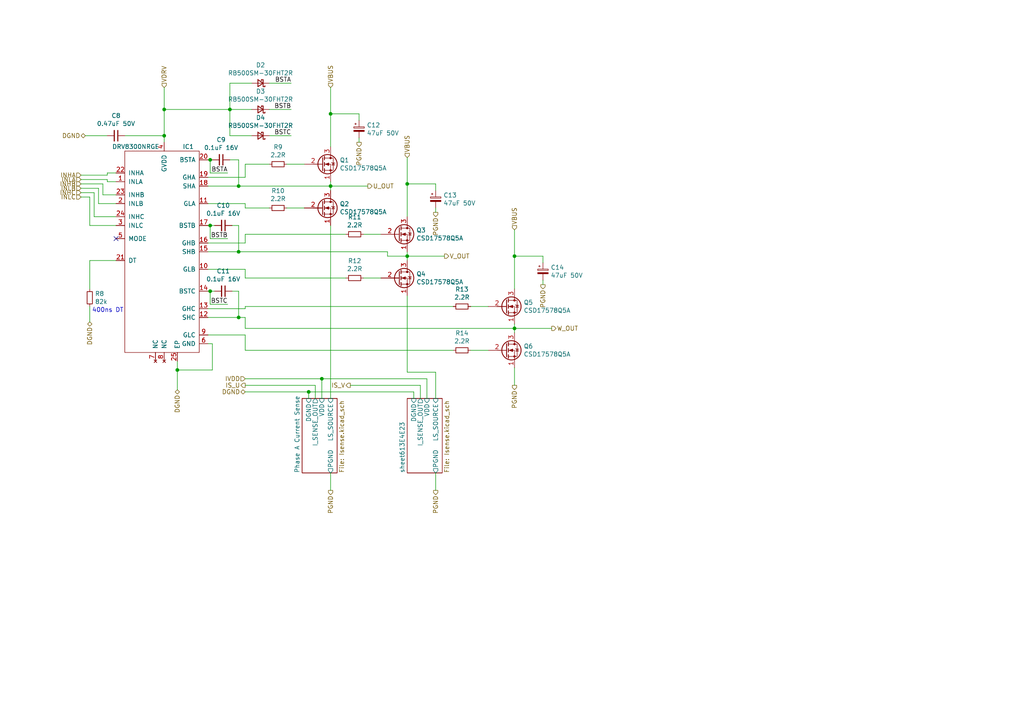
<source format=kicad_sch>
(kicad_sch (version 20211123) (generator eeschema)
  (paper "A4")
  (lib_symbols
    (symbol "Device:CP_Small" (pin_numbers hide) (pin_names (offset 0.254) hide)
      (property "Reference" "C" (at 0.254 1.778 0))
      (property "Value" "Device_CP_Small" (at 0.254 -2.032 0))
      (symbol "CP_Small_0_1"
        (rectangle (start -1.524 -0.3048) (end 1.524 -0.6858) (fill (type outline)))
        (rectangle (start -1.524 0.6858) (end 1.524 0.3048))
        (polyline (pts (xy -1.27 1.524) (xy -0.762 1.524)))
        (polyline (pts (xy -1.016 1.27) (xy -1.016 1.778)))
      )
      (symbol "CP_Small_1_1"
        (pin passive line (at 0 2.54 270) (length 1.8542) (name "~") (number "1"))
        (pin passive line (at 0 -2.54 90) (length 1.8542) (name "~") (number "2"))
      )
    )
    (symbol "Device:C_Small" (pin_numbers hide) (pin_names (offset 0.254) hide)
      (property "Reference" "C" (at 0.254 1.778 0))
      (property "Value" "C_Small" (at 0.254 -2.032 0))
      (symbol "C_Small_0_1"
        (polyline (pts (xy -1.524 -0.508) (xy 1.524 -0.508)) (stroke (width 0.3302)))
        (polyline (pts (xy -1.524 0.508) (xy 1.524 0.508)) (stroke (width 0.3048)))
      )
      (symbol "C_Small_1_1"
        (pin passive line (at 0 2.54 270) (length 2.032) (name "~") (number "1"))
        (pin passive line (at 0 -2.54 90) (length 2.032) (name "~") (number "2"))
      )
    )
    (symbol "Device:D_Schottky_Small" (pin_numbers hide) (pin_names (offset 0.254) hide)
      (property "Reference" "D" (at -1.27 2.032 0))
      (property "Value" "D_Schottky_Small" (at -7.112 -2.032 0))
      (symbol "D_Schottky_Small_0_1"
        (polyline (pts (xy -0.762 0) (xy 0.762 0)))
        (polyline (pts (xy 0.762 -1.016) (xy -0.762 0) (xy 0.762 1.016) (xy 0.762 -1.016)) (stroke (width 0.254)))
        (polyline (pts (xy -1.27 0.762) (xy -1.27 1.016) (xy -0.762 1.016) (xy -0.762 -1.016) (xy -0.254 -1.016) (xy -0.254 -0.762)) (stroke (width 0.254)))
      )
      (symbol "D_Schottky_Small_1_1"
        (pin passive line (at -2.54 0 0) (length 1.778) (name "K") (number "1"))
        (pin passive line (at 2.54 0 180) (length 1.778) (name "A") (number "2"))
      )
    )
    (symbol "Device:Q_NMOS_SGD" (pin_names (offset 0) hide)
      (property "Reference" "Q" (at 5.08 1.27 0))
      (property "Value" "Q_NMOS_SGD" (at 5.08 -1.27 0))
      (symbol "Q_NMOS_SGD_0_1"
        (polyline (pts (xy 0.254 0) (xy -2.54 0)))
        (polyline (pts (xy 0.254 1.905) (xy 0.254 -1.905)) (stroke (width 0.254)))
        (polyline (pts (xy 0.762 -1.27) (xy 0.762 -2.286)) (stroke (width 0.254)))
        (polyline (pts (xy 0.762 0.508) (xy 0.762 -0.508)) (stroke (width 0.254)))
        (polyline (pts (xy 0.762 2.286) (xy 0.762 1.27)) (stroke (width 0.254)))
        (polyline (pts (xy 2.54 2.54) (xy 2.54 1.778)))
        (polyline (pts (xy 2.54 -2.54) (xy 2.54 0) (xy 0.762 0)))
        (polyline (pts (xy 0.762 -1.778) (xy 3.302 -1.778) (xy 3.302 1.778) (xy 0.762 1.778)))
        (polyline (pts (xy 1.016 0) (xy 2.032 0.381) (xy 2.032 -0.381) (xy 1.016 0)) (fill (type outline)))
        (polyline (pts (xy 2.794 0.508) (xy 2.921 0.381) (xy 3.683 0.381) (xy 3.81 0.254)))
        (polyline (pts (xy 3.302 0.381) (xy 2.921 -0.254) (xy 3.683 -0.254) (xy 3.302 0.381)))
        (circle (center 1.651 0) (radius 2.794) (stroke (width 0.254)))
        (circle (center 2.54 -1.778) (radius 0.254) (fill (type outline)))
        (circle (center 2.54 1.778) (radius 0.254) (fill (type outline)))
      )
      (symbol "Q_NMOS_SGD_1_1"
        (pin passive line (at 2.54 -5.08 90) (length 2.54) (name "S") (number "1"))
        (pin input line (at -5.08 0 0) (length 5.08) (name "G") (number "2"))
        (pin passive line (at 2.54 5.08 270) (length 2.54) (name "D") (number "3"))
      )
    )
    (symbol "Device:R_Small" (pin_numbers hide) (pin_names (offset 0.254) hide)
      (property "Reference" "R" (at 0.762 0.508 0))
      (property "Value" "R_Small" (at 0.762 -1.016 0))
      (symbol "R_Small_0_1"
        (rectangle (start -0.762 1.778) (end 0.762 -1.778) (stroke (width 0.2032)))
      )
      (symbol "R_Small_1_1"
        (pin passive line (at 0 2.54 270) (length 0.762) (name "~") (number "1"))
        (pin passive line (at 0 -2.54 90) (length 0.762) (name "~") (number "2"))
      )
    )
    (symbol "driver_lib:DRV8300DRGE" (pin_names (offset 1.016))
      (property "Reference" "IC" (at 5.08 3.81 0))
      (property "Value" "DRV8300DRGE" (at 11.43 1.27 0))
      (symbol "DRV8300DRGE_0_1"
        (rectangle (start -11.43 0) (end 10.16 -58.42))
      )
      (symbol "DRV8300DRGE_1_1"
        (pin input line (at -13.97 -8.89 0) (length 2.54) (name "INLA") (number "1"))
        (pin power_out line (at 12.7 -34.29 180) (length 2.54) (name "GLB") (number "10"))
        (pin power_out line (at 12.7 -15.24 180) (length 2.54) (name "GLA") (number "11"))
        (pin input line (at 12.7 -48.26 180) (length 2.54) (name "SHC") (number "12"))
        (pin power_out line (at 12.7 -45.72 180) (length 2.54) (name "GHC") (number "13"))
        (pin bidirectional line (at 12.7 -40.64 180) (length 2.54) (name "BSTC") (number "14"))
        (pin input line (at 12.7 -29.21 180) (length 2.54) (name "SHB") (number "15"))
        (pin power_out line (at 12.7 -26.67 180) (length 2.54) (name "GHB") (number "16"))
        (pin bidirectional line (at 12.7 -21.59 180) (length 2.54) (name "BSTB") (number "17"))
        (pin input line (at 12.7 -10.16 180) (length 2.54) (name "SHA") (number "18"))
        (pin power_out line (at 12.7 -7.62 180) (length 2.54) (name "GHA") (number "19"))
        (pin input line (at -13.97 -15.24 0) (length 2.54) (name "INLB") (number "2"))
        (pin bidirectional line (at 12.7 -2.54 180) (length 2.54) (name "BSTA") (number "20"))
        (pin input line (at -13.97 -31.75 0) (length 2.54) (name "DT") (number "21"))
        (pin input line (at -13.97 -6.35 0) (length 2.54) (name "INHA") (number "22"))
        (pin input line (at -13.97 -12.7 0) (length 2.54) (name "INHB") (number "23"))
        (pin input line (at -13.97 -19.05 0) (length 2.54) (name "INHC") (number "24"))
        (pin power_out line (at 3.81 -60.96 90) (length 2.54) (name "EP") (number "25"))
        (pin input line (at -13.97 -21.59 0) (length 2.54) (name "INLC") (number "3"))
        (pin power_in line (at 0 2.54 270) (length 2.54) (name "GVDD") (number "4"))
        (pin input line (at -13.97 -25.4 0) (length 2.54) (name "MODE") (number "5"))
        (pin power_out line (at 12.7 -55.88 180) (length 2.54) (name "GND") (number "6"))
        (pin no_connect line (at -2.54 -60.96 90) (length 2.54) (name "NC") (number "7"))
        (pin no_connect line (at 0 -60.96 90) (length 2.54) (name "NC") (number "8"))
        (pin power_out line (at 12.7 -53.34 180) (length 2.54) (name "GLC") (number "9"))
      )
    )
  )
  (junction (at 118.11 53.34))
  (junction (at 60.96 46.355))
  (junction (at 47.625 31.75))
  (junction (at 149.225 95.25))
  (junction (at 69.215 53.975))
  (junction (at 95.885 53.975))
  (junction (at 60.96 84.455))
  (junction (at 93.345 109.855))
  (junction (at 66.675 31.75))
  (junction (at 95.885 33.02))
  (junction (at 118.11 74.295))
  (junction (at 149.225 74.295))
  (junction (at 51.435 107.315))
  (junction (at 69.215 73.025))
  (junction (at 89.535 113.665))
  (junction (at 47.625 39.37))
  (junction (at 60.96 65.405))
  (junction (at 69.215 92.075))
  (no_connect (at 33.655 69.215))
  (wire (pts (xy 71.12 97.155) (xy 71.12 101.6)))
  (wire (pts (xy 71.12 47.625) (xy 71.12 51.435)))
  (wire (pts (xy 27.305 62.865) (xy 27.305 55.88)))
  (wire (pts (xy 67.31 84.455) (xy 69.215 84.455)))
  (wire (pts (xy 47.625 31.75) (xy 47.625 25.4)))
  (wire (pts (xy 118.11 53.34) (xy 126.365 53.34)))
  (wire (pts (xy 31.115 50.165) (xy 31.115 50.8)))
  (wire (pts (xy 69.215 46.355) (xy 69.215 53.975)))
  (wire (pts (xy 66.675 31.75) (xy 47.625 31.75)))
  (wire (pts (xy 60.96 46.355) (xy 60.96 50.165)))
  (wire (pts (xy 60.325 78.105) (xy 71.12 78.105)))
  (wire (pts (xy 126.365 107.95) (xy 126.365 115.57)))
  (wire (pts (xy 149.225 96.52) (xy 149.225 95.25)))
  (wire (pts (xy 71.12 89.535) (xy 60.325 89.535)))
  (wire (pts (xy 26.035 65.405) (xy 26.035 57.15)))
  (wire (pts (xy 31.115 50.8) (xy 23.495 50.8)))
  (wire (pts (xy 66.675 24.13) (xy 66.675 31.75)))
  (wire (pts (xy 61.595 46.355) (xy 60.96 46.355)))
  (wire (pts (xy 33.655 50.165) (xy 31.115 50.165)))
  (wire (pts (xy 149.225 74.295) (xy 149.225 66.675)))
  (wire (pts (xy 28.575 59.055) (xy 28.575 54.61)))
  (wire (pts (xy 47.625 41.275) (xy 47.625 39.37)))
  (wire (pts (xy 95.885 33.02) (xy 104.14 33.02)))
  (wire (pts (xy 33.655 56.515) (xy 29.845 56.515)))
  (wire (pts (xy 71.12 95.25) (xy 71.12 92.075)))
  (wire (pts (xy 83.185 47.625) (xy 88.265 47.625)))
  (wire (pts (xy 118.11 74.295) (xy 128.905 74.295)))
  (wire (pts (xy 66.675 39.37) (xy 66.675 31.75)))
  (wire (pts (xy 104.14 40.005) (xy 104.14 41.275)))
  (wire (pts (xy 31.115 39.37) (xy 24.765 39.37)))
  (wire (pts (xy 95.885 65.405) (xy 95.885 115.57)))
  (wire (pts (xy 47.625 39.37) (xy 47.625 31.75)))
  (wire (pts (xy 71.12 70.485) (xy 60.325 70.485)))
  (wire (pts (xy 126.365 53.34) (xy 126.365 55.245)))
  (wire (pts (xy 61.595 99.695) (xy 60.325 99.695)))
  (wire (pts (xy 71.12 92.075) (xy 69.215 92.075)))
  (wire (pts (xy 33.655 52.705) (xy 31.115 52.705)))
  (wire (pts (xy 51.435 107.315) (xy 61.595 107.315)))
  (wire (pts (xy 60.325 97.155) (xy 71.12 97.155)))
  (wire (pts (xy 60.96 65.405) (xy 60.96 69.215)))
  (wire (pts (xy 31.115 52.705) (xy 31.115 52.07)))
  (wire (pts (xy 26.035 75.565) (xy 26.035 83.82)))
  (wire (pts (xy 71.12 101.6) (xy 131.445 101.6)))
  (wire (pts (xy 60.96 88.265) (xy 66.04 88.265)))
  (wire (pts (xy 78.105 39.37) (xy 84.455 39.37)))
  (wire (pts (xy 95.885 53.975) (xy 106.68 53.975)))
  (wire (pts (xy 95.885 55.245) (xy 95.885 53.975)))
  (wire (pts (xy 91.44 115.57) (xy 91.44 111.76)))
  (wire (pts (xy 84.455 31.75) (xy 78.105 31.75)))
  (wire (pts (xy 78.105 60.325) (xy 71.12 60.325)))
  (wire (pts (xy 149.225 74.295) (xy 157.48 74.295)))
  (wire (pts (xy 69.215 65.405) (xy 69.215 73.025)))
  (wire (pts (xy 149.225 111.76) (xy 149.225 106.68)))
  (wire (pts (xy 69.215 92.075) (xy 60.325 92.075)))
  (wire (pts (xy 118.11 53.34) (xy 118.11 45.72)))
  (wire (pts (xy 33.655 75.565) (xy 26.035 75.565)))
  (wire (pts (xy 69.215 84.455) (xy 69.215 92.075)))
  (wire (pts (xy 105.41 67.945) (xy 110.49 67.945)))
  (wire (pts (xy 126.365 107.95) (xy 118.11 107.95)))
  (wire (pts (xy 95.885 33.02) (xy 95.885 25.4)))
  (wire (pts (xy 89.535 113.665) (xy 71.12 113.665)))
  (wire (pts (xy 60.96 84.455) (xy 62.23 84.455)))
  (wire (pts (xy 93.345 109.855) (xy 71.12 109.855)))
  (wire (pts (xy 33.655 62.865) (xy 27.305 62.865)))
  (wire (pts (xy 60.325 73.025) (xy 69.215 73.025)))
  (wire (pts (xy 67.31 65.405) (xy 69.215 65.405)))
  (wire (pts (xy 71.12 60.325) (xy 71.12 59.055)))
  (wire (pts (xy 93.345 115.57) (xy 93.345 109.855)))
  (wire (pts (xy 27.305 55.88) (xy 23.495 55.88)))
  (wire (pts (xy 126.365 60.325) (xy 126.365 61.595)))
  (wire (pts (xy 33.655 65.405) (xy 26.035 65.405)))
  (wire (pts (xy 60.96 65.405) (xy 62.23 65.405)))
  (wire (pts (xy 66.675 39.37) (xy 73.025 39.37)))
  (wire (pts (xy 71.12 80.645) (xy 100.33 80.645)))
  (wire (pts (xy 69.215 73.025) (xy 112.395 73.025)))
  (wire (pts (xy 71.12 88.9) (xy 131.445 88.9)))
  (wire (pts (xy 60.96 50.165) (xy 66.04 50.165)))
  (wire (pts (xy 78.105 47.625) (xy 71.12 47.625)))
  (wire (pts (xy 31.115 52.07) (xy 23.495 52.07)))
  (wire (pts (xy 136.525 88.9) (xy 141.605 88.9)))
  (wire (pts (xy 71.12 59.055) (xy 60.325 59.055)))
  (wire (pts (xy 28.575 54.61) (xy 23.495 54.61)))
  (wire (pts (xy 126.365 137.16) (xy 126.365 142.24)))
  (wire (pts (xy 118.11 74.295) (xy 118.11 73.025)))
  (wire (pts (xy 118.11 107.95) (xy 118.11 85.725)))
  (wire (pts (xy 104.14 33.02) (xy 104.14 34.925)))
  (wire (pts (xy 123.825 115.57) (xy 123.825 109.855)))
  (wire (pts (xy 121.92 111.76) (xy 101.6 111.76)))
  (wire (pts (xy 33.655 59.055) (xy 28.575 59.055)))
  (wire (pts (xy 26.035 88.9) (xy 26.035 93.345)))
  (wire (pts (xy 89.535 115.57) (xy 89.535 113.665)))
  (wire (pts (xy 149.225 95.25) (xy 149.225 93.98)))
  (wire (pts (xy 120.015 115.57) (xy 120.015 113.665)))
  (wire (pts (xy 51.435 107.315) (xy 51.435 113.03)))
  (wire (pts (xy 95.885 53.975) (xy 69.215 53.975)))
  (wire (pts (xy 88.265 60.325) (xy 83.185 60.325)))
  (wire (pts (xy 89.535 113.665) (xy 120.015 113.665)))
  (wire (pts (xy 71.12 67.945) (xy 71.12 70.485)))
  (wire (pts (xy 60.96 84.455) (xy 60.96 88.265)))
  (wire (pts (xy 47.625 39.37) (xy 36.195 39.37)))
  (wire (pts (xy 141.605 101.6) (xy 136.525 101.6)))
  (wire (pts (xy 91.44 111.76) (xy 71.12 111.76)))
  (wire (pts (xy 73.025 24.13) (xy 66.675 24.13)))
  (wire (pts (xy 157.48 81.28) (xy 157.48 82.55)))
  (wire (pts (xy 60.96 46.355) (xy 60.325 46.355)))
  (wire (pts (xy 118.11 75.565) (xy 118.11 74.295)))
  (wire (pts (xy 95.885 53.975) (xy 95.885 52.705)))
  (wire (pts (xy 26.035 57.15) (xy 23.495 57.15)))
  (wire (pts (xy 149.225 95.25) (xy 160.02 95.25)))
  (wire (pts (xy 149.225 95.25) (xy 71.12 95.25)))
  (wire (pts (xy 61.595 107.315) (xy 61.595 99.695)))
  (wire (pts (xy 60.96 69.215) (xy 66.04 69.215)))
  (wire (pts (xy 157.48 74.295) (xy 157.48 76.2)))
  (wire (pts (xy 51.435 104.775) (xy 51.435 107.315)))
  (wire (pts (xy 29.845 53.34) (xy 23.495 53.34)))
  (wire (pts (xy 71.12 78.105) (xy 71.12 80.645)))
  (wire (pts (xy 95.885 137.16) (xy 95.885 142.24)))
  (wire (pts (xy 93.345 109.855) (xy 123.825 109.855)))
  (wire (pts (xy 110.49 80.645) (xy 105.41 80.645)))
  (wire (pts (xy 29.845 56.515) (xy 29.845 53.34)))
  (wire (pts (xy 71.12 67.945) (xy 100.33 67.945)))
  (wire (pts (xy 71.12 51.435) (xy 60.325 51.435)))
  (wire (pts (xy 121.92 115.57) (xy 121.92 111.76)))
  (wire (pts (xy 78.105 24.13) (xy 84.455 24.13)))
  (wire (pts (xy 95.885 42.545) (xy 95.885 33.02)))
  (wire (pts (xy 149.225 83.82) (xy 149.225 74.295)))
  (wire (pts (xy 112.395 73.025) (xy 112.395 74.295)))
  (wire (pts (xy 118.11 62.865) (xy 118.11 53.34)))
  (wire (pts (xy 69.215 53.975) (xy 60.325 53.975)))
  (wire (pts (xy 60.325 84.455) (xy 60.96 84.455)))
  (wire (pts (xy 60.325 65.405) (xy 60.96 65.405)))
  (wire (pts (xy 73.025 31.75) (xy 66.675 31.75)))
  (wire (pts (xy 71.12 88.9) (xy 71.12 89.535)))
  (wire (pts (xy 112.395 74.295) (xy 118.11 74.295)))
  (wire (pts (xy 66.675 46.355) (xy 69.215 46.355)))
  (text "400ns DT" (at 26.67 90.805 0) (effects (font (size 1.27 1.27)) (justify left bottom)))
  (label "BSTC" (at 66.04 88.265 180))
  (label "BSTA" (at 66.04 50.165 180))
  (label "BSTA" (at 84.455 24.13 180))
  (label "BSTC" (at 84.455 39.37 180))
  (label "BSTB" (at 84.455 31.75 180))
  (label "BSTB" (at 66.04 69.215 180))
  (hierarchical_label "PGND" (shape output) (at 149.225 111.76 270))
  (hierarchical_label "PGND" (shape output) (at 157.48 82.55 270))
  (hierarchical_label "PGND" (shape output) (at 126.365 142.24 270))
  (hierarchical_label "IVDD" (shape input) (at 71.12 109.855 180))
  (hierarchical_label "DGND" (shape bidirectional) (at 51.435 113.03 270))
  (hierarchical_label "IS_U" (shape output) (at 71.12 111.76 180))
  (hierarchical_label "V_OUT" (shape output) (at 128.905 74.295 0))
  (hierarchical_label "U_OUT" (shape output) (at 106.68 53.975 0))
  (hierarchical_label "INLA" (shape input) (at 23.495 52.07 180))
  (hierarchical_label "VBUS" (shape input) (at 95.885 25.4 90))
  (hierarchical_label "INHA" (shape input) (at 23.495 50.8 180))
  (hierarchical_label "VBUS" (shape input) (at 118.11 45.72 90))
  (hierarchical_label "PGND" (shape output) (at 126.365 61.595 270))
  (hierarchical_label "INHB" (shape input) (at 23.495 53.34 180))
  (hierarchical_label "INHC" (shape input) (at 23.495 55.88 180))
  (hierarchical_label "PGND" (shape output) (at 95.885 142.24 270))
  (hierarchical_label "IS_V" (shape output) (at 101.6 111.76 180))
  (hierarchical_label "INLB" (shape input) (at 23.495 54.61 180))
  (hierarchical_label "DGND" (shape bidirectional) (at 24.765 39.37 180))
  (hierarchical_label "VDRV" (shape input) (at 47.625 25.4 90))
  (hierarchical_label "DGND" (shape bidirectional) (at 71.12 113.665 180))
  (hierarchical_label "PGND" (shape output) (at 104.14 41.275 270))
  (hierarchical_label "VBUS" (shape input) (at 149.225 66.675 90))
  (hierarchical_label "W_OUT" (shape output) (at 160.02 95.25 0))
  (hierarchical_label "INLC" (shape input) (at 23.495 57.15 180))
  (hierarchical_label "DGND" (shape bidirectional) (at 26.035 93.345 270))
  (symbol (lib_id "Device:Q_NMOS_SGD") (at 93.345 47.625 0) (unit 1)
    (property "Reference" "Q1" (at 98.5266 46.4566 0) (effects (justify left)))
    (property "Value" "CSD17578Q5A" (at 98.5266 48.768 0) (effects (justify left)))
    (property "Footprint" "bldc_driver_fpga:TDSON-8-1_HandSoldering_SGD" (effects hide))
  )
  (symbol (lib_id "Device:Q_NMOS_SGD") (at 93.345 60.325 0) (unit 1)
    (property "Reference" "Q2" (at 98.5266 59.1566 0) (effects (justify left)))
    (property "Value" "CSD17578Q5A" (at 98.5266 61.468 0) (effects (justify left)))
    (property "Footprint" "bldc_driver_fpga:TDSON-8-1_HandSoldering_SGD" (effects hide))
  )
  (symbol (lib_id "Device:R_Small") (at 80.645 47.625 270) (unit 1)
    (property "Reference" "R9" (at 80.645 42.6466 90))
    (property "Value" "2.2R" (at 80.645 44.958 90))
    (property "Footprint" "Resistor_SMD:R_0603_1608Metric_Pad0.98x0.95mm_HandSolder" (effects hide))
  )
  (symbol (lib_id "Device:R_Small") (at 80.645 60.325 270) (unit 1)
    (property "Reference" "R10" (at 80.645 55.3466 90))
    (property "Value" "2.2R" (at 80.645 57.658 90))
    (property "Footprint" "Resistor_SMD:R_0603_1608Metric_Pad0.98x0.95mm_HandSolder" (effects hide))
  )
  (symbol (lib_id "Device:CP_Small") (at 104.14 37.465 0) (unit 1)
    (property "Reference" "C12" (at 106.3752 36.2966 0) (effects (justify left)))
    (property "Value" "47uF 50V" (at 106.3752 38.608 0) (effects (justify left)))
    (property "Footprint" "Capacitor_SMD:CP_Elec_6.3x5.7" (effects hide))
    (property "MPN" "865080443007" (effects hide))
  )
  (symbol (lib_id "Device:Q_NMOS_SGD") (at 115.57 67.945 0) (unit 1)
    (property "Reference" "Q3" (at 120.7516 66.7766 0) (effects (justify left)))
    (property "Value" "CSD17578Q5A" (at 120.7516 69.088 0) (effects (justify left)))
    (property "Footprint" "bldc_driver_fpga:TDSON-8-1_HandSoldering_SGD" (effects hide))
  )
  (symbol (lib_id "Device:Q_NMOS_SGD") (at 115.57 80.645 0) (unit 1)
    (property "Reference" "Q4" (at 120.7516 79.4766 0) (effects (justify left)))
    (property "Value" "CSD17578Q5A" (at 120.7516 81.788 0) (effects (justify left)))
    (property "Footprint" "bldc_driver_fpga:TDSON-8-1_HandSoldering_SGD" (effects hide))
  )
  (symbol (lib_id "Device:R_Small") (at 102.87 67.945 270) (unit 1)
    (property "Reference" "R11" (at 102.87 62.9666 90))
    (property "Value" "2.2R" (at 102.87 65.278 90))
    (property "Footprint" "Resistor_SMD:R_0603_1608Metric_Pad0.98x0.95mm_HandSolder" (effects hide))
  )
  (symbol (lib_id "Device:R_Small") (at 102.87 80.645 270) (unit 1)
    (property "Reference" "R12" (at 102.87 75.6666 90))
    (property "Value" "2.2R" (at 102.87 77.978 90))
    (property "Footprint" "Resistor_SMD:R_0603_1608Metric_Pad0.98x0.95mm_HandSolder" (effects hide))
  )
  (symbol (lib_id "Device:CP_Small") (at 126.365 57.785 0) (unit 1)
    (property "Reference" "C13" (at 128.6002 56.6166 0) (effects (justify left)))
    (property "Value" "47uF 50V" (at 128.6002 58.928 0) (effects (justify left)))
    (property "Footprint" "Capacitor_SMD:CP_Elec_6.3x5.7" (effects hide))
    (property "MPN" "865080443007" (effects hide))
  )
  (symbol (lib_id "Device:Q_NMOS_SGD") (at 146.685 88.9 0) (unit 1)
    (property "Reference" "Q5" (at 151.8666 87.7316 0) (effects (justify left)))
    (property "Value" "CSD17578Q5A" (at 151.8666 90.043 0) (effects (justify left)))
    (property "Footprint" "bldc_driver_fpga:TDSON-8-1_HandSoldering_SGD" (effects hide))
  )
  (symbol (lib_id "Device:Q_NMOS_SGD") (at 146.685 101.6 0) (unit 1)
    (property "Reference" "Q6" (at 151.8666 100.4316 0) (effects (justify left)))
    (property "Value" "CSD17578Q5A" (at 151.8666 102.743 0) (effects (justify left)))
    (property "Footprint" "bldc_driver_fpga:TDSON-8-1_HandSoldering_SGD" (effects hide))
  )
  (symbol (lib_id "Device:R_Small") (at 133.985 88.9 270) (unit 1)
    (property "Reference" "R13" (at 133.985 83.9216 90))
    (property "Value" "2.2R" (at 133.985 86.233 90))
    (property "Footprint" "Resistor_SMD:R_0603_1608Metric_Pad0.98x0.95mm_HandSolder" (effects hide))
  )
  (symbol (lib_id "Device:R_Small") (at 133.985 101.6 270) (unit 1)
    (property "Reference" "R14" (at 133.985 96.6216 90))
    (property "Value" "2.2R" (at 133.985 98.933 90))
    (property "Footprint" "Resistor_SMD:R_0603_1608Metric_Pad0.98x0.95mm_HandSolder" (effects hide))
  )
  (symbol (lib_id "Device:CP_Small") (at 157.48 78.74 0) (unit 1)
    (property "Reference" "C14" (at 159.7152 77.5716 0) (effects (justify left)))
    (property "Value" "47uF 50V" (at 159.7152 79.883 0) (effects (justify left)))
    (property "Footprint" "Capacitor_SMD:CP_Elec_6.3x5.7" (effects hide))
    (property "MPN" "865080443007" (effects hide))
  )
  (symbol (lib_id "driver_lib:DRV8300DRGE") (at 47.625 43.815 0) (unit 1)
    (property "Reference" "IC1" (at 54.61 42.545 0))
    (property "Value" "DRV8300NRGE" (at 39.37 42.545 0))
    (property "Footprint" "Package_DFN_QFN:VQFN-24-1EP_4x4mm_P0.5mm_EP2.45x2.45mm_ThermalVias" (effects hide))
  )
  (symbol (lib_id "Device:C_Small") (at 64.77 65.405 270) (unit 1)
    (property "Reference" "C10" (at 64.77 59.5884 90))
    (property "Value" "0.1uF 16V" (at 64.77 61.8998 90))
    (property "Footprint" "Capacitor_SMD:C_0603_1608Metric_Pad1.05x0.95mm_HandSolder" (effects hide))
  )
  (symbol (lib_id "Device:C_Small") (at 64.135 46.355 270) (unit 1)
    (property "Reference" "C9" (at 64.135 40.5384 90))
    (property "Value" "0.1uF 16V" (at 64.135 42.8498 90))
    (property "Footprint" "Capacitor_SMD:C_0603_1608Metric_Pad1.05x0.95mm_HandSolder" (effects hide))
  )
  (symbol (lib_id "Device:C_Small") (at 64.77 84.455 270) (unit 1)
    (property "Reference" "C11" (at 64.77 78.6384 90))
    (property "Value" "0.1uF 16V" (at 64.77 80.9498 90))
    (property "Footprint" "Capacitor_SMD:C_0603_1608Metric_Pad1.05x0.95mm_HandSolder" (effects hide))
  )
  (symbol (lib_id "Device:C_Small") (at 33.655 39.37 270) (unit 1)
    (property "Reference" "C8" (at 33.655 33.5534 90))
    (property "Value" "0.47uF 50V" (at 33.655 35.8648 90))
    (property "Footprint" "Capacitor_SMD:C_0805_2012Metric_Pad1.15x1.40mm_HandSolder" (effects hide))
  )
  (symbol (lib_id "Device:R_Small") (at 26.035 86.36 0) (unit 1)
    (property "Reference" "R8" (at 27.5336 85.1916 0) (effects (justify left)))
    (property "Value" "82k" (at 27.5336 87.503 0) (effects (justify left)))
    (property "Footprint" "Resistor_SMD:R_0603_1608Metric_Pad0.98x0.95mm_HandSolder" (effects hide))
  )
  (symbol (lib_id "Device:D_Schottky_Small") (at 75.565 31.75 180) (unit 1)
    (property "Reference" "D3" (at 75.565 26.4922 0))
    (property "Value" "RB500SM-30FHT2R" (at 75.565 28.8036 0))
    (property "Footprint" "Diode_SMD:D_SOD-523" (effects hide))
  )
  (symbol (lib_id "Device:D_Schottky_Small") (at 75.565 39.37 180) (unit 1)
    (property "Reference" "D4" (at 75.565 34.1122 0))
    (property "Value" "RB500SM-30FHT2R" (at 75.565 36.4236 0))
    (property "Footprint" "Diode_SMD:D_SOD-523" (effects hide))
  )
  (symbol (lib_id "Device:D_Schottky_Small") (at 75.565 24.13 180) (unit 1)
    (property "Reference" "D2" (at 75.565 18.8722 0))
    (property "Value" "RB500SM-30FHT2R" (at 75.565 21.1836 0))
    (property "Footprint" "Diode_SMD:D_SOD-523" (effects hide))
  )
  (sheet (at 87.63 115.57) (size 10.16 21.59)
    (property "Sheet name" "Phase A Current Sense" (at 86.9184 137.16 90) (effects (justify left bottom)))
    (property "Sheet file" "Isense.kicad_sch" (at 98.3746 137.16 90) (effects (justify left top)))
    (pin "DGND" input (at 89.535 115.57 90))
    (pin "I_SENSE_OUT" output (at 91.44 115.57 90))
    (pin "VDD" input (at 93.345 115.57 90))
    (pin "PGND" output (at 95.885 137.16 270))
    (pin "LS_SOURCE" input (at 95.885 115.57 90))
  )
  (sheet (at 118.11 115.57) (size 10.16 21.59)
    (property "Sheet name" "sheet613E4E23" (at 117.3984 137.16 90) (effects (justify left bottom)))
    (property "Sheet file" "Isense.kicad_sch" (at 128.8546 137.16 90) (effects (justify left top)))
    (pin "DGND" input (at 120.015 115.57 90))
    (pin "I_SENSE_OUT" output (at 121.92 115.57 90))
    (pin "VDD" input (at 123.825 115.57 90))
    (pin "PGND" output (at 126.365 137.16 270))
    (pin "LS_SOURCE" input (at 126.365 115.57 90))
  )
)
</source>
